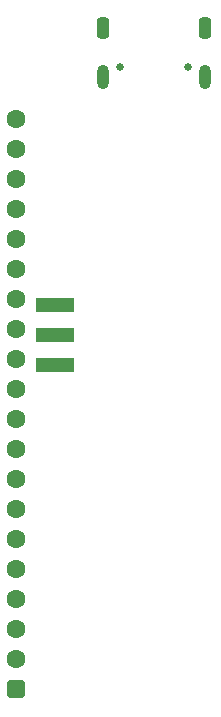
<source format=gbr>
G04*
G04 #@! TF.GenerationSoftware,Altium Limited,Altium Designer,25.2.1 (25)*
G04*
G04 Layer_Color=255*
%FSLAX25Y25*%
%MOIN*%
G70*
G04*
G04 #@! TF.SameCoordinates,6E7B483F-BFF1-4FB3-8246-CE29AB42D2EF*
G04*
G04*
G04 #@! TF.FilePolarity,Positive*
G04*
G01*
G75*
%ADD77C,0.06299*%
G04:AMPARAMS|DCode=78|XSize=62.99mil|YSize=62.99mil|CornerRadius=15.75mil|HoleSize=0mil|Usage=FLASHONLY|Rotation=90.000|XOffset=0mil|YOffset=0mil|HoleType=Round|Shape=RoundedRectangle|*
%AMROUNDEDRECTD78*
21,1,0.06299,0.03150,0,0,90.0*
21,1,0.03150,0.06299,0,0,90.0*
1,1,0.03150,0.01575,0.01575*
1,1,0.03150,0.01575,-0.01575*
1,1,0.03150,-0.01575,-0.01575*
1,1,0.03150,-0.01575,0.01575*
%
%ADD78ROUNDEDRECTD78*%
G04:AMPARAMS|DCode=79|XSize=70.87mil|YSize=39.37mil|CornerRadius=9.84mil|HoleSize=0mil|Usage=FLASHONLY|Rotation=270.000|XOffset=0mil|YOffset=0mil|HoleType=Round|Shape=RoundedRectangle|*
%AMROUNDEDRECTD79*
21,1,0.07087,0.01968,0,0,270.0*
21,1,0.05118,0.03937,0,0,270.0*
1,1,0.01968,-0.00984,-0.02559*
1,1,0.01968,-0.00984,0.02559*
1,1,0.01968,0.00984,0.02559*
1,1,0.01968,0.00984,-0.02559*
%
%ADD79ROUNDEDRECTD79*%
%ADD80O,0.03937X0.08268*%
%ADD81C,0.02559*%
%ADD83R,0.12500X0.05000*%
D77*
X-56000Y-3000D02*
D03*
Y-13000D02*
D03*
Y7000D02*
D03*
Y-43000D02*
D03*
Y-33000D02*
D03*
Y17000D02*
D03*
Y57000D02*
D03*
Y-93000D02*
D03*
Y-83000D02*
D03*
Y-63000D02*
D03*
Y-53000D02*
D03*
Y-73000D02*
D03*
Y27000D02*
D03*
Y37000D02*
D03*
Y77000D02*
D03*
Y87000D02*
D03*
Y47000D02*
D03*
Y67000D02*
D03*
Y-23000D02*
D03*
D78*
Y-103000D02*
D03*
D79*
X7008Y117500D02*
D03*
X-27008D02*
D03*
D80*
X7008Y101043D02*
D03*
X-27008D02*
D03*
D81*
X1378Y104512D02*
D03*
X-21378D02*
D03*
D83*
X-43000Y15000D02*
D03*
Y5000D02*
D03*
Y25000D02*
D03*
M02*

</source>
